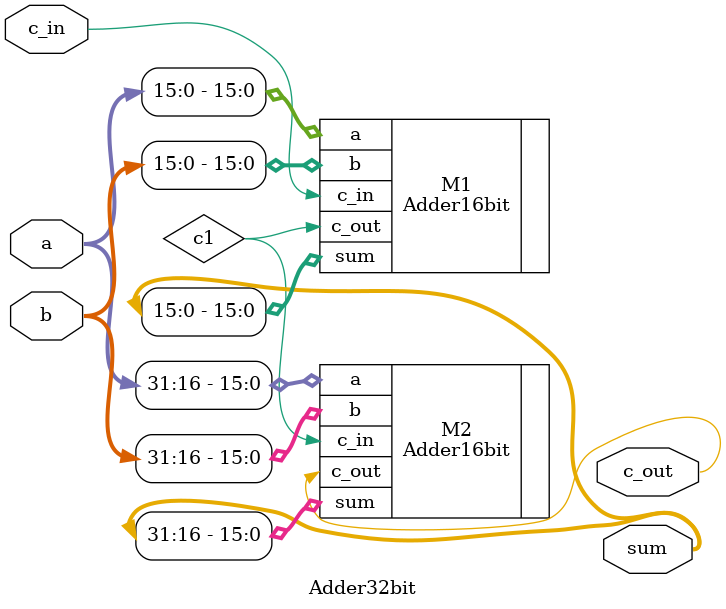
<source format=v>
`timescale 1ns / 1ps

module Adder32bit(
    input [31:0] a,
    input [31:0] b,
    input c_in,
    output [31:0] sum,
    output c_out
    );
    
    wire c1;
    
    Adder16bit M1(.sum(sum[15:0]),.c_out(c1),.a(a[15:0]),.b(b[15:0]),.c_in(c_in));
    Adder16bit M2(.sum(sum[31:16]),.c_out(c_out),.a(a[31:16]),.b(b[31:16]),.c_in(c1));
endmodule

</source>
